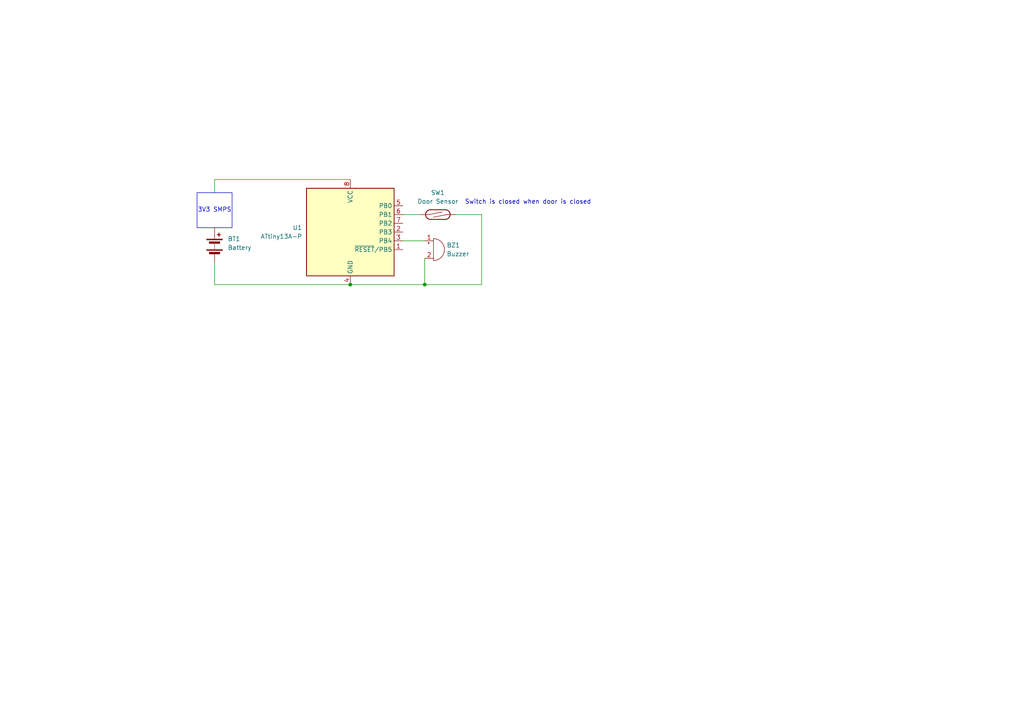
<source format=kicad_sch>
(kicad_sch (version 20250114) (generator "eeschema") (generator_version "9.0")
  (paper "A4")
  (title_block (title "ATtiny13A Fridge Beeper") (date "2025-06-19") (rev "1.0.0") (company "DIY Labs"))
  (lib_symbols
    (symbol "Device:Battery" (pin_numbers (hide yes)) (pin_names (offset 0) (hide yes))
      (property "Reference" "BT" (at 2.54 2.54 0))
      (property "Value" "Battery" (at 2.54 0 0))
      (symbol "Battery_0_1"
        (rectangle (start -2.286 1.778) (end 2.286 1.524) (fill (type outline)))
        (rectangle (start -2.286 -1.27) (end 2.286 -1.524) (fill (type outline)))
        (rectangle (start -1.524 1.016) (end 1.524 0.508) (fill (type outline)))
        (rectangle (start -1.524 -2.032) (end 1.524 -2.54) (fill (type outline)))
        (polyline (pts (xy 0 1.778) (xy 0 2.54)))
        (polyline (pts (xy 0 0) (xy 0 0.254)))
        (polyline (pts (xy 0 -0.508) (xy 0 -0.254)))
        (polyline (pts (xy 0 -1.016) (xy 0 -0.762)))
        (polyline (pts (xy 0.762 3.048) (xy 1.778 3.048)) (stroke (width 0.254)))
        (polyline (pts (xy 1.27 3.556) (xy 1.27 2.54)) (stroke (width 0.254)))
      )
      (symbol "Battery_1_1"
        (pin passive line (at 0 5.08 270) (length 2.54) (name "+") (number "1"))
        (pin passive line (at 0 -5.08 90) (length 2.54) (name "-") (number "2"))
      )
    )
    (symbol "Device:Buzzer" (pin_names (offset 0.0254) (hide yes))
      (property "Reference" "BZ" (at 3.81 1.27 0))
      (property "Value" "Buzzer" (at 3.81 -1.27 0))
      (symbol "Buzzer_0_1"
        (polyline (pts (xy -1.651 1.905) (xy -1.143 1.905)))
        (polyline (pts (xy -1.397 2.159) (xy -1.397 1.651)))
        (arc (start 0 3.175) (mid 3.1612 0) (end 0 -3.175))
        (polyline (pts (xy 0 3.175) (xy 0 -3.175)))
      )
      (symbol "Buzzer_1_1"
        (pin passive line (at -2.54 2.54 0) (length 2.54) (name "+") (number "1"))
        (pin passive line (at -2.54 -2.54 0) (length 2.54) (name "-") (number "2"))
      )
    )
    (symbol "MCU_Microchip_ATtiny:ATtiny13A-P"
      (property "Reference" "U" (at -12.7 13.97 0))
      (property "Value" "ATtiny13A-P" (at 2.54 -13.97 0))
      (symbol "ATtiny13A-P_0_1"
        (rectangle (start -12.7 -12.7) (end 12.7 12.7) (stroke (width 0.254)) (fill (type background)))
      )
      (symbol "ATtiny13A-P_1_1"
        (pin power_in line (at 0 15.24 270) (length 2.54) (name "VCC") (number "8"))
        (pin power_in line (at 0 -15.24 90) (length 2.54) (name "GND") (number "4"))
        (pin bidirectional line (at 15.24 7.62 180) (length 2.54) (name "PB0") (number "5"))
        (pin bidirectional line (at 15.24 5.08 180) (length 2.54) (name "PB1") (number "6"))
        (pin bidirectional line (at 15.24 2.54 180) (length 2.54) (name "PB2") (number "7"))
        (pin bidirectional line (at 15.24 0 180) (length 2.54) (name "PB3") (number "2"))
        (pin bidirectional line (at 15.24 -2.54 180) (length 2.54) (name "PB4") (number "3"))
        (pin bidirectional line (at 15.24 -5.08 180) (length 2.54) (name "~{RESET}/PB5") (number "1"))
      )
    )
    (symbol "Switch:SW_Reed" (pin_numbers (hide yes)) (pin_names (offset 0) (hide yes))
      (property "Reference" "SW" (at 0 2.54 0))
      (property "Value" "SW_Reed" (at 0 -2.54 0))
      (symbol "SW_Reed_0_0"
        (polyline (pts (xy -2.54 0) (xy 1.27 0.762)))
        (polyline (pts (xy -2.159 -1.397) (xy 2.286 -1.397)) (stroke (width 0.254)))
        (arc (start -2.159 -1.397) (mid -3.55 0) (end -2.159 1.397) (stroke (width 0.254)))
        (arc (start 2.159 1.397) (mid 3.55 0) (end 2.159 -1.397) (stroke (width 0.254)))
        (polyline (pts (xy 2.159 1.397) (xy -2.159 1.397)) (stroke (width 0.254)))
        (polyline (pts (xy 2.54 0) (xy -1.27 -0.762)))
      )
      (symbol "SW_Reed_1_1"
        (pin passive line (at -5.08 0 0) (length 2.54) (name "1") (number "1"))
        (pin passive line (at 5.08 0 180) (length 2.54) (name "2") (number "2"))
      )
    )
  )
  (rectangle (start 57.15 55.88) (end 67.31 66.04))
  (text "Switch is closed when door is closed" (at 153.162 58.674 0) (effects (font (size 1.27 1.27))))
  (text "3V3 SMPS" (at 62.23 60.96 0) (effects (font (size 1.27 1.27))))
  (junction (at 123.19 82.55))
  (junction (at 101.6 82.55))
  (wire (pts (xy 139.7 62.23) (xy 139.7 82.55)))
  (wire (pts (xy 123.19 82.55) (xy 123.19 74.93)))
  (wire (pts (xy 139.7 82.55) (xy 123.19 82.55)))
  (wire (pts (xy 116.84 69.85) (xy 123.19 69.85)))
  (wire (pts (xy 62.23 82.55) (xy 62.23 76.2)))
  (wire (pts (xy 116.84 62.23) (xy 121.92 62.23)))
  (wire (pts (xy 101.6 82.55) (xy 62.23 82.55)))
  (wire (pts (xy 62.23 52.07) (xy 101.6 52.07)))
  (wire (pts (xy 101.6 82.55) (xy 123.19 82.55)))
  (wire (pts (xy 132.08 62.23) (xy 139.7 62.23)))
  (wire (pts (xy 62.23 55.88) (xy 62.23 52.07)))
  (symbol (lib_id "Switch:SW_Reed") (at 127 62.23 0) (unit 1)
    (property "Reference" "SW1" (at 127 55.88 0))
    (property "Value" "Door Sensor" (at 127 58.42 0))
    (property "Description" "reed switch" (effects (hide yes)))
  )
  (symbol (lib_id "Device:Battery") (at 62.23 71.12 0) (unit 1)
    (property "Reference" "BT1" (at 66.04 69.2784 0) (effects (justify left)))
    (property "Value" "Battery" (at 66.04 71.8184 0) (effects (justify left)))
    (property "Description" "Multiple-cell battery" (effects (hide yes)))
  )
  (symbol (lib_id "MCU_Microchip_ATtiny:ATtiny13A-P") (at 101.6 67.31 0) (unit 1)
    (property "Reference" "U1" (at 87.63 66.0399 0) (effects (justify right)))
    (property "Value" "ATtiny13A-P" (at 87.63 68.5799 0) (effects (justify right)))
    (property "Footprint" "Package_DIP:DIP-8_W7.62mm" (effects (hide yes)))
    (property "Datasheet" "http://ww1.microchip.com/downloads/en/DeviceDoc/doc8126.pdf" (effects (hide yes)))
    (property "Description" "20MHz, 1kB Flash, 64B SRAM, 64B EEPROM, debugWIRE, DIP-8" (effects (hide yes)))
  )
  (symbol (lib_id "Device:Buzzer") (at 125.73 72.39 0) (unit 1)
    (property "Reference" "BZ1" (at 129.54 71.1199 0) (effects (justify left)))
    (property "Value" "Buzzer" (at 129.54 73.6599 0) (effects (justify left)))
    (property "Description" "Buzzer, polarized" (effects (hide yes)))
  )
)
</source>
